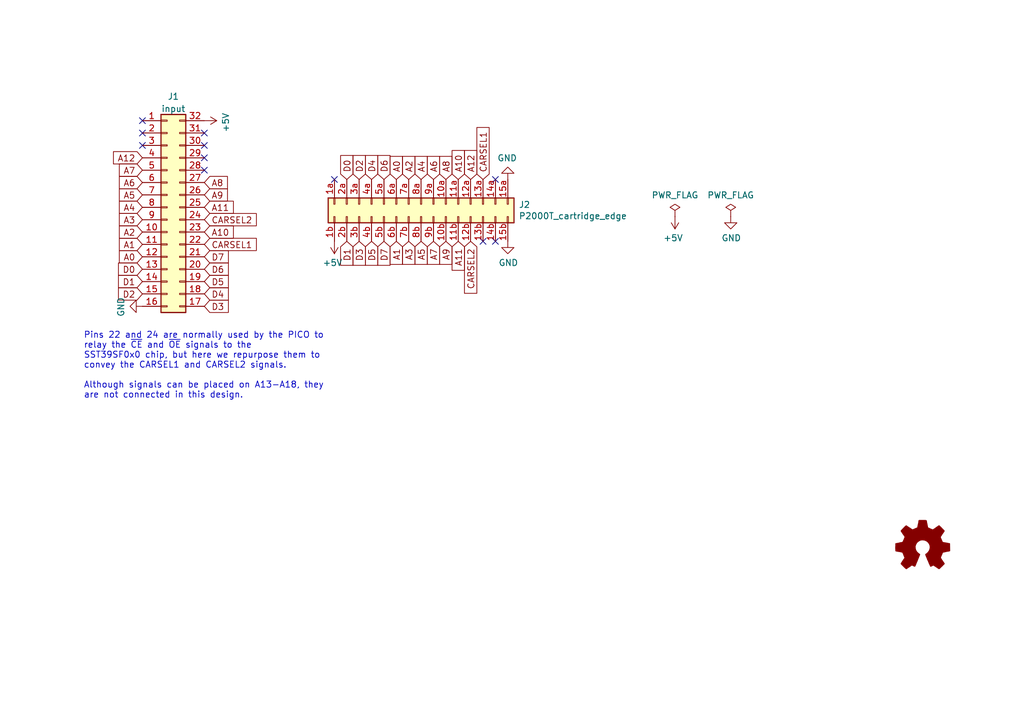
<source format=kicad_sch>
(kicad_sch (version 20211123) (generator eeschema)

  (uuid f5e17059-c604-439d-8194-59f73ab8db46)

  (paper "A5")

  (title_block
    (title "P2000T-SLOT1 Adapter Board")
    (date "2023-08-23")
  )

  (lib_symbols
    (symbol "Connector_Generic:Conn_02x15_Row_Letter_Last" (pin_names (offset 1.016) hide) (in_bom yes) (on_board yes)
      (property "Reference" "J" (id 0) (at 1.27 20.32 0)
        (effects (font (size 1.27 1.27)))
      )
      (property "Value" "Conn_02x15_Row_Letter_Last" (id 1) (at 1.27 -20.32 0)
        (effects (font (size 1.27 1.27)))
      )
      (property "Footprint" "" (id 2) (at 0 0 0)
        (effects (font (size 1.27 1.27)) hide)
      )
      (property "Datasheet" "~" (id 3) (at 0 0 0)
        (effects (font (size 1.27 1.27)) hide)
      )
      (property "ki_keywords" "connector" (id 4) (at 0 0 0)
        (effects (font (size 1.27 1.27)) hide)
      )
      (property "ki_description" "Generic connector, double row, 02x15, row letter last pin numbering scheme (pin number consists of a letter for the row and a number for the pin index in this row. 1a, ..., Na; 1b, ..., Nb)), script generated (kicad-library-utils/schlib/autogen/connector/)" (id 5) (at 0 0 0)
        (effects (font (size 1.27 1.27)) hide)
      )
      (property "ki_fp_filters" "Connector*:*_2x??_*" (id 6) (at 0 0 0)
        (effects (font (size 1.27 1.27)) hide)
      )
      (symbol "Conn_02x15_Row_Letter_Last_1_1"
        (rectangle (start -1.27 -17.653) (end 0 -17.907)
          (stroke (width 0.1524) (type default) (color 0 0 0 0))
          (fill (type none))
        )
        (rectangle (start -1.27 -15.113) (end 0 -15.367)
          (stroke (width 0.1524) (type default) (color 0 0 0 0))
          (fill (type none))
        )
        (rectangle (start -1.27 -12.573) (end 0 -12.827)
          (stroke (width 0.1524) (type default) (color 0 0 0 0))
          (fill (type none))
        )
        (rectangle (start -1.27 -10.033) (end 0 -10.287)
          (stroke (width 0.1524) (type default) (color 0 0 0 0))
          (fill (type none))
        )
        (rectangle (start -1.27 -7.493) (end 0 -7.747)
          (stroke (width 0.1524) (type default) (color 0 0 0 0))
          (fill (type none))
        )
        (rectangle (start -1.27 -4.953) (end 0 -5.207)
          (stroke (width 0.1524) (type default) (color 0 0 0 0))
          (fill (type none))
        )
        (rectangle (start -1.27 -2.413) (end 0 -2.667)
          (stroke (width 0.1524) (type default) (color 0 0 0 0))
          (fill (type none))
        )
        (rectangle (start -1.27 0.127) (end 0 -0.127)
          (stroke (width 0.1524) (type default) (color 0 0 0 0))
          (fill (type none))
        )
        (rectangle (start -1.27 2.667) (end 0 2.413)
          (stroke (width 0.1524) (type default) (color 0 0 0 0))
          (fill (type none))
        )
        (rectangle (start -1.27 5.207) (end 0 4.953)
          (stroke (width 0.1524) (type default) (color 0 0 0 0))
          (fill (type none))
        )
        (rectangle (start -1.27 7.747) (end 0 7.493)
          (stroke (width 0.1524) (type default) (color 0 0 0 0))
          (fill (type none))
        )
        (rectangle (start -1.27 10.287) (end 0 10.033)
          (stroke (width 0.1524) (type default) (color 0 0 0 0))
          (fill (type none))
        )
        (rectangle (start -1.27 12.827) (end 0 12.573)
          (stroke (width 0.1524) (type default) (color 0 0 0 0))
          (fill (type none))
        )
        (rectangle (start -1.27 15.367) (end 0 15.113)
          (stroke (width 0.1524) (type default) (color 0 0 0 0))
          (fill (type none))
        )
        (rectangle (start -1.27 17.907) (end 0 17.653)
          (stroke (width 0.1524) (type default) (color 0 0 0 0))
          (fill (type none))
        )
        (rectangle (start -1.27 19.05) (end 3.81 -19.05)
          (stroke (width 0.254) (type default) (color 0 0 0 0))
          (fill (type background))
        )
        (rectangle (start 3.81 -17.653) (end 2.54 -17.907)
          (stroke (width 0.1524) (type default) (color 0 0 0 0))
          (fill (type none))
        )
        (rectangle (start 3.81 -15.113) (end 2.54 -15.367)
          (stroke (width 0.1524) (type default) (color 0 0 0 0))
          (fill (type none))
        )
        (rectangle (start 3.81 -12.573) (end 2.54 -12.827)
          (stroke (width 0.1524) (type default) (color 0 0 0 0))
          (fill (type none))
        )
        (rectangle (start 3.81 -10.033) (end 2.54 -10.287)
          (stroke (width 0.1524) (type default) (color 0 0 0 0))
          (fill (type none))
        )
        (rectangle (start 3.81 -7.493) (end 2.54 -7.747)
          (stroke (width 0.1524) (type default) (color 0 0 0 0))
          (fill (type none))
        )
        (rectangle (start 3.81 -4.953) (end 2.54 -5.207)
          (stroke (width 0.1524) (type default) (color 0 0 0 0))
          (fill (type none))
        )
        (rectangle (start 3.81 -2.413) (end 2.54 -2.667)
          (stroke (width 0.1524) (type default) (color 0 0 0 0))
          (fill (type none))
        )
        (rectangle (start 3.81 0.127) (end 2.54 -0.127)
          (stroke (width 0.1524) (type default) (color 0 0 0 0))
          (fill (type none))
        )
        (rectangle (start 3.81 2.667) (end 2.54 2.413)
          (stroke (width 0.1524) (type default) (color 0 0 0 0))
          (fill (type none))
        )
        (rectangle (start 3.81 5.207) (end 2.54 4.953)
          (stroke (width 0.1524) (type default) (color 0 0 0 0))
          (fill (type none))
        )
        (rectangle (start 3.81 7.747) (end 2.54 7.493)
          (stroke (width 0.1524) (type default) (color 0 0 0 0))
          (fill (type none))
        )
        (rectangle (start 3.81 10.287) (end 2.54 10.033)
          (stroke (width 0.1524) (type default) (color 0 0 0 0))
          (fill (type none))
        )
        (rectangle (start 3.81 12.827) (end 2.54 12.573)
          (stroke (width 0.1524) (type default) (color 0 0 0 0))
          (fill (type none))
        )
        (rectangle (start 3.81 15.367) (end 2.54 15.113)
          (stroke (width 0.1524) (type default) (color 0 0 0 0))
          (fill (type none))
        )
        (rectangle (start 3.81 17.907) (end 2.54 17.653)
          (stroke (width 0.1524) (type default) (color 0 0 0 0))
          (fill (type none))
        )
        (pin passive line (at -5.08 -5.08 0) (length 3.81)
          (name "Pin_10a" (effects (font (size 1.27 1.27))))
          (number "10a" (effects (font (size 1.27 1.27))))
        )
        (pin passive line (at 7.62 -5.08 180) (length 3.81)
          (name "Pin_10b" (effects (font (size 1.27 1.27))))
          (number "10b" (effects (font (size 1.27 1.27))))
        )
        (pin passive line (at -5.08 -7.62 0) (length 3.81)
          (name "Pin_11a" (effects (font (size 1.27 1.27))))
          (number "11a" (effects (font (size 1.27 1.27))))
        )
        (pin passive line (at 7.62 -7.62 180) (length 3.81)
          (name "Pin_11b" (effects (font (size 1.27 1.27))))
          (number "11b" (effects (font (size 1.27 1.27))))
        )
        (pin passive line (at -5.08 -10.16 0) (length 3.81)
          (name "Pin_12a" (effects (font (size 1.27 1.27))))
          (number "12a" (effects (font (size 1.27 1.27))))
        )
        (pin passive line (at 7.62 -10.16 180) (length 3.81)
          (name "Pin_12b" (effects (font (size 1.27 1.27))))
          (number "12b" (effects (font (size 1.27 1.27))))
        )
        (pin passive line (at -5.08 -12.7 0) (length 3.81)
          (name "Pin_13a" (effects (font (size 1.27 1.27))))
          (number "13a" (effects (font (size 1.27 1.27))))
        )
        (pin passive line (at 7.62 -12.7 180) (length 3.81)
          (name "Pin_13b" (effects (font (size 1.27 1.27))))
          (number "13b" (effects (font (size 1.27 1.27))))
        )
        (pin passive line (at -5.08 -15.24 0) (length 3.81)
          (name "Pin_14a" (effects (font (size 1.27 1.27))))
          (number "14a" (effects (font (size 1.27 1.27))))
        )
        (pin passive line (at 7.62 -15.24 180) (length 3.81)
          (name "Pin_14b" (effects (font (size 1.27 1.27))))
          (number "14b" (effects (font (size 1.27 1.27))))
        )
        (pin passive line (at -5.08 -17.78 0) (length 3.81)
          (name "Pin_15a" (effects (font (size 1.27 1.27))))
          (number "15a" (effects (font (size 1.27 1.27))))
        )
        (pin passive line (at 7.62 -17.78 180) (length 3.81)
          (name "Pin_15b" (effects (font (size 1.27 1.27))))
          (number "15b" (effects (font (size 1.27 1.27))))
        )
        (pin passive line (at -5.08 17.78 0) (length 3.81)
          (name "Pin_1a" (effects (font (size 1.27 1.27))))
          (number "1a" (effects (font (size 1.27 1.27))))
        )
        (pin passive line (at 7.62 17.78 180) (length 3.81)
          (name "Pin_1b" (effects (font (size 1.27 1.27))))
          (number "1b" (effects (font (size 1.27 1.27))))
        )
        (pin passive line (at -5.08 15.24 0) (length 3.81)
          (name "Pin_2a" (effects (font (size 1.27 1.27))))
          (number "2a" (effects (font (size 1.27 1.27))))
        )
        (pin passive line (at 7.62 15.24 180) (length 3.81)
          (name "Pin_2b" (effects (font (size 1.27 1.27))))
          (number "2b" (effects (font (size 1.27 1.27))))
        )
        (pin passive line (at -5.08 12.7 0) (length 3.81)
          (name "Pin_3a" (effects (font (size 1.27 1.27))))
          (number "3a" (effects (font (size 1.27 1.27))))
        )
        (pin passive line (at 7.62 12.7 180) (length 3.81)
          (name "Pin_3b" (effects (font (size 1.27 1.27))))
          (number "3b" (effects (font (size 1.27 1.27))))
        )
        (pin passive line (at -5.08 10.16 0) (length 3.81)
          (name "Pin_4a" (effects (font (size 1.27 1.27))))
          (number "4a" (effects (font (size 1.27 1.27))))
        )
        (pin passive line (at 7.62 10.16 180) (length 3.81)
          (name "Pin_4b" (effects (font (size 1.27 1.27))))
          (number "4b" (effects (font (size 1.27 1.27))))
        )
        (pin passive line (at -5.08 7.62 0) (length 3.81)
          (name "Pin_5a" (effects (font (size 1.27 1.27))))
          (number "5a" (effects (font (size 1.27 1.27))))
        )
        (pin passive line (at 7.62 7.62 180) (length 3.81)
          (name "Pin_5b" (effects (font (size 1.27 1.27))))
          (number "5b" (effects (font (size 1.27 1.27))))
        )
        (pin passive line (at -5.08 5.08 0) (length 3.81)
          (name "Pin_6a" (effects (font (size 1.27 1.27))))
          (number "6a" (effects (font (size 1.27 1.27))))
        )
        (pin passive line (at 7.62 5.08 180) (length 3.81)
          (name "Pin_6b" (effects (font (size 1.27 1.27))))
          (number "6b" (effects (font (size 1.27 1.27))))
        )
        (pin passive line (at -5.08 2.54 0) (length 3.81)
          (name "Pin_7a" (effects (font (size 1.27 1.27))))
          (number "7a" (effects (font (size 1.27 1.27))))
        )
        (pin passive line (at 7.62 2.54 180) (length 3.81)
          (name "Pin_7b" (effects (font (size 1.27 1.27))))
          (number "7b" (effects (font (size 1.27 1.27))))
        )
        (pin passive line (at -5.08 0 0) (length 3.81)
          (name "Pin_8a" (effects (font (size 1.27 1.27))))
          (number "8a" (effects (font (size 1.27 1.27))))
        )
        (pin passive line (at 7.62 0 180) (length 3.81)
          (name "Pin_8b" (effects (font (size 1.27 1.27))))
          (number "8b" (effects (font (size 1.27 1.27))))
        )
        (pin passive line (at -5.08 -2.54 0) (length 3.81)
          (name "Pin_9a" (effects (font (size 1.27 1.27))))
          (number "9a" (effects (font (size 1.27 1.27))))
        )
        (pin passive line (at 7.62 -2.54 180) (length 3.81)
          (name "Pin_9b" (effects (font (size 1.27 1.27))))
          (number "9b" (effects (font (size 1.27 1.27))))
        )
      )
    )
    (symbol "Connector_Generic:Conn_02x16_Counter_Clockwise" (pin_names (offset 1.016) hide) (in_bom yes) (on_board yes)
      (property "Reference" "J" (id 0) (at 1.27 20.32 0)
        (effects (font (size 1.27 1.27)))
      )
      (property "Value" "Conn_02x16_Counter_Clockwise" (id 1) (at 1.27 -22.86 0)
        (effects (font (size 1.27 1.27)))
      )
      (property "Footprint" "" (id 2) (at 0 0 0)
        (effects (font (size 1.27 1.27)) hide)
      )
      (property "Datasheet" "~" (id 3) (at 0 0 0)
        (effects (font (size 1.27 1.27)) hide)
      )
      (property "ki_keywords" "connector" (id 4) (at 0 0 0)
        (effects (font (size 1.27 1.27)) hide)
      )
      (property "ki_description" "Generic connector, double row, 02x16, counter clockwise pin numbering scheme (similar to DIP package numbering), script generated (kicad-library-utils/schlib/autogen/connector/)" (id 5) (at 0 0 0)
        (effects (font (size 1.27 1.27)) hide)
      )
      (property "ki_fp_filters" "Connector*:*_2x??_*" (id 6) (at 0 0 0)
        (effects (font (size 1.27 1.27)) hide)
      )
      (symbol "Conn_02x16_Counter_Clockwise_1_1"
        (rectangle (start -1.27 -20.193) (end 0 -20.447)
          (stroke (width 0.1524) (type default) (color 0 0 0 0))
          (fill (type none))
        )
        (rectangle (start -1.27 -17.653) (end 0 -17.907)
          (stroke (width 0.1524) (type default) (color 0 0 0 0))
          (fill (type none))
        )
        (rectangle (start -1.27 -15.113) (end 0 -15.367)
          (stroke (width 0.1524) (type default) (color 0 0 0 0))
          (fill (type none))
        )
        (rectangle (start -1.27 -12.573) (end 0 -12.827)
          (stroke (width 0.1524) (type default) (color 0 0 0 0))
          (fill (type none))
        )
        (rectangle (start -1.27 -10.033) (end 0 -10.287)
          (stroke (width 0.1524) (type default) (color 0 0 0 0))
          (fill (type none))
        )
        (rectangle (start -1.27 -7.493) (end 0 -7.747)
          (stroke (width 0.1524) (type default) (color 0 0 0 0))
          (fill (type none))
        )
        (rectangle (start -1.27 -4.953) (end 0 -5.207)
          (stroke (width 0.1524) (type default) (color 0 0 0 0))
          (fill (type none))
        )
        (rectangle (start -1.27 -2.413) (end 0 -2.667)
          (stroke (width 0.1524) (type default) (color 0 0 0 0))
          (fill (type none))
        )
        (rectangle (start -1.27 0.127) (end 0 -0.127)
          (stroke (width 0.1524) (type default) (color 0 0 0 0))
          (fill (type none))
        )
        (rectangle (start -1.27 2.667) (end 0 2.413)
          (stroke (width 0.1524) (type default) (color 0 0 0 0))
          (fill (type none))
        )
        (rectangle (start -1.27 5.207) (end 0 4.953)
          (stroke (width 0.1524) (type default) (color 0 0 0 0))
          (fill (type none))
        )
        (rectangle (start -1.27 7.747) (end 0 7.493)
          (stroke (width 0.1524) (type default) (color 0 0 0 0))
          (fill (type none))
        )
        (rectangle (start -1.27 10.287) (end 0 10.033)
          (stroke (width 0.1524) (type default) (color 0 0 0 0))
          (fill (type none))
        )
        (rectangle (start -1.27 12.827) (end 0 12.573)
          (stroke (width 0.1524) (type default) (color 0 0 0 0))
          (fill (type none))
        )
        (rectangle (start -1.27 15.367) (end 0 15.113)
          (stroke (width 0.1524) (type default) (color 0 0 0 0))
          (fill (type none))
        )
        (rectangle (start -1.27 17.907) (end 0 17.653)
          (stroke (width 0.1524) (type default) (color 0 0 0 0))
          (fill (type none))
        )
        (rectangle (start -1.27 19.05) (end 3.81 -21.59)
          (stroke (width 0.254) (type default) (color 0 0 0 0))
          (fill (type background))
        )
        (rectangle (start 3.81 -20.193) (end 2.54 -20.447)
          (stroke (width 0.1524) (type default) (color 0 0 0 0))
          (fill (type none))
        )
        (rectangle (start 3.81 -17.653) (end 2.54 -17.907)
          (stroke (width 0.1524) (type default) (color 0 0 0 0))
          (fill (type none))
        )
        (rectangle (start 3.81 -15.113) (end 2.54 -15.367)
          (stroke (width 0.1524) (type default) (color 0 0 0 0))
          (fill (type none))
        )
        (rectangle (start 3.81 -12.573) (end 2.54 -12.827)
          (stroke (width 0.1524) (type default) (color 0 0 0 0))
          (fill (type none))
        )
        (rectangle (start 3.81 -10.033) (end 2.54 -10.287)
          (stroke (width 0.1524) (type default) (color 0 0 0 0))
          (fill (type none))
        )
        (rectangle (start 3.81 -7.493) (end 2.54 -7.747)
          (stroke (width 0.1524) (type default) (color 0 0 0 0))
          (fill (type none))
        )
        (rectangle (start 3.81 -4.953) (end 2.54 -5.207)
          (stroke (width 0.1524) (type default) (color 0 0 0 0))
          (fill (type none))
        )
        (rectangle (start 3.81 -2.413) (end 2.54 -2.667)
          (stroke (width 0.1524) (type default) (color 0 0 0 0))
          (fill (type none))
        )
        (rectangle (start 3.81 0.127) (end 2.54 -0.127)
          (stroke (width 0.1524) (type default) (color 0 0 0 0))
          (fill (type none))
        )
        (rectangle (start 3.81 2.667) (end 2.54 2.413)
          (stroke (width 0.1524) (type default) (color 0 0 0 0))
          (fill (type none))
        )
        (rectangle (start 3.81 5.207) (end 2.54 4.953)
          (stroke (width 0.1524) (type default) (color 0 0 0 0))
          (fill (type none))
        )
        (rectangle (start 3.81 7.747) (end 2.54 7.493)
          (stroke (width 0.1524) (type default) (color 0 0 0 0))
          (fill (type none))
        )
        (rectangle (start 3.81 10.287) (end 2.54 10.033)
          (stroke (width 0.1524) (type default) (color 0 0 0 0))
          (fill (type none))
        )
        (rectangle (start 3.81 12.827) (end 2.54 12.573)
          (stroke (width 0.1524) (type default) (color 0 0 0 0))
          (fill (type none))
        )
        (rectangle (start 3.81 15.367) (end 2.54 15.113)
          (stroke (width 0.1524) (type default) (color 0 0 0 0))
          (fill (type none))
        )
        (rectangle (start 3.81 17.907) (end 2.54 17.653)
          (stroke (width 0.1524) (type default) (color 0 0 0 0))
          (fill (type none))
        )
        (pin passive line (at -5.08 17.78 0) (length 3.81)
          (name "Pin_1" (effects (font (size 1.27 1.27))))
          (number "1" (effects (font (size 1.27 1.27))))
        )
        (pin passive line (at -5.08 -5.08 0) (length 3.81)
          (name "Pin_10" (effects (font (size 1.27 1.27))))
          (number "10" (effects (font (size 1.27 1.27))))
        )
        (pin passive line (at -5.08 -7.62 0) (length 3.81)
          (name "Pin_11" (effects (font (size 1.27 1.27))))
          (number "11" (effects (font (size 1.27 1.27))))
        )
        (pin passive line (at -5.08 -10.16 0) (length 3.81)
          (name "Pin_12" (effects (font (size 1.27 1.27))))
          (number "12" (effects (font (size 1.27 1.27))))
        )
        (pin passive line (at -5.08 -12.7 0) (length 3.81)
          (name "Pin_13" (effects (font (size 1.27 1.27))))
          (number "13" (effects (font (size 1.27 1.27))))
        )
        (pin passive line (at -5.08 -15.24 0) (length 3.81)
          (name "Pin_14" (effects (font (size 1.27 1.27))))
          (number "14" (effects (font (size 1.27 1.27))))
        )
        (pin passive line (at -5.08 -17.78 0) (length 3.81)
          (name "Pin_15" (effects (font (size 1.27 1.27))))
          (number "15" (effects (font (size 1.27 1.27))))
        )
        (pin passive line (at -5.08 -20.32 0) (length 3.81)
          (name "Pin_16" (effects (font (size 1.27 1.27))))
          (number "16" (effects (font (size 1.27 1.27))))
        )
        (pin passive line (at 7.62 -20.32 180) (length 3.81)
          (name "Pin_17" (effects (font (size 1.27 1.27))))
          (number "17" (effects (font (size 1.27 1.27))))
        )
        (pin passive line (at 7.62 -17.78 180) (length 3.81)
          (name "Pin_18" (effects (font (size 1.27 1.27))))
          (number "18" (effects (font (size 1.27 1.27))))
        )
        (pin passive line (at 7.62 -15.24 180) (length 3.81)
          (name "Pin_19" (effects (font (size 1.27 1.27))))
          (number "19" (effects (font (size 1.27 1.27))))
        )
        (pin passive line (at -5.08 15.24 0) (length 3.81)
          (name "Pin_2" (effects (font (size 1.27 1.27))))
          (number "2" (effects (font (size 1.27 1.27))))
        )
        (pin passive line (at 7.62 -12.7 180) (length 3.81)
          (name "Pin_20" (effects (font (size 1.27 1.27))))
          (number "20" (effects (font (size 1.27 1.27))))
        )
        (pin passive line (at 7.62 -10.16 180) (length 3.81)
          (name "Pin_21" (effects (font (size 1.27 1.27))))
          (number "21" (effects (font (size 1.27 1.27))))
        )
        (pin passive line (at 7.62 -7.62 180) (length 3.81)
          (name "Pin_22" (effects (font (size 1.27 1.27))))
          (number "22" (effects (font (size 1.27 1.27))))
        )
        (pin passive line (at 7.62 -5.08 180) (length 3.81)
          (name "Pin_23" (effects (font (size 1.27 1.27))))
          (number "23" (effects (font (size 1.27 1.27))))
        )
        (pin passive line (at 7.62 -2.54 180) (length 3.81)
          (name "Pin_24" (effects (font (size 1.27 1.27))))
          (number "24" (effects (font (size 1.27 1.27))))
        )
        (pin passive line (at 7.62 0 180) (length 3.81)
          (name "Pin_25" (effects (font (size 1.27 1.27))))
          (number "25" (effects (font (size 1.27 1.27))))
        )
        (pin passive line (at 7.62 2.54 180) (length 3.81)
          (name "Pin_26" (effects (font (size 1.27 1.27))))
          (number "26" (effects (font (size 1.27 1.27))))
        )
        (pin passive line (at 7.62 5.08 180) (length 3.81)
          (name "Pin_27" (effects (font (size 1.27 1.27))))
          (number "27" (effects (font (size 1.27 1.27))))
        )
        (pin passive line (at 7.62 7.62 180) (length 3.81)
          (name "Pin_28" (effects (font (size 1.27 1.27))))
          (number "28" (effects (font (size 1.27 1.27))))
        )
        (pin passive line (at 7.62 10.16 180) (length 3.81)
          (name "Pin_29" (effects (font (size 1.27 1.27))))
          (number "29" (effects (font (size 1.27 1.27))))
        )
        (pin passive line (at -5.08 12.7 0) (length 3.81)
          (name "Pin_3" (effects (font (size 1.27 1.27))))
          (number "3" (effects (font (size 1.27 1.27))))
        )
        (pin passive line (at 7.62 12.7 180) (length 3.81)
          (name "Pin_30" (effects (font (size 1.27 1.27))))
          (number "30" (effects (font (size 1.27 1.27))))
        )
        (pin passive line (at 7.62 15.24 180) (length 3.81)
          (name "Pin_31" (effects (font (size 1.27 1.27))))
          (number "31" (effects (font (size 1.27 1.27))))
        )
        (pin passive line (at 7.62 17.78 180) (length 3.81)
          (name "Pin_32" (effects (font (size 1.27 1.27))))
          (number "32" (effects (font (size 1.27 1.27))))
        )
        (pin passive line (at -5.08 10.16 0) (length 3.81)
          (name "Pin_4" (effects (font (size 1.27 1.27))))
          (number "4" (effects (font (size 1.27 1.27))))
        )
        (pin passive line (at -5.08 7.62 0) (length 3.81)
          (name "Pin_5" (effects (font (size 1.27 1.27))))
          (number "5" (effects (font (size 1.27 1.27))))
        )
        (pin passive line (at -5.08 5.08 0) (length 3.81)
          (name "Pin_6" (effects (font (size 1.27 1.27))))
          (number "6" (effects (font (size 1.27 1.27))))
        )
        (pin passive line (at -5.08 2.54 0) (length 3.81)
          (name "Pin_7" (effects (font (size 1.27 1.27))))
          (number "7" (effects (font (size 1.27 1.27))))
        )
        (pin passive line (at -5.08 0 0) (length 3.81)
          (name "Pin_8" (effects (font (size 1.27 1.27))))
          (number "8" (effects (font (size 1.27 1.27))))
        )
        (pin passive line (at -5.08 -2.54 0) (length 3.81)
          (name "Pin_9" (effects (font (size 1.27 1.27))))
          (number "9" (effects (font (size 1.27 1.27))))
        )
      )
    )
    (symbol "Graphic:Logo_Open_Hardware_Small" (pin_names (offset 1.016)) (in_bom yes) (on_board yes)
      (property "Reference" "#LOGO" (id 0) (at 0 6.985 0)
        (effects (font (size 1.27 1.27)) hide)
      )
      (property "Value" "Logo_Open_Hardware_Small" (id 1) (at 0 -5.715 0)
        (effects (font (size 1.27 1.27)) hide)
      )
      (property "Footprint" "" (id 2) (at 0 0 0)
        (effects (font (size 1.27 1.27)) hide)
      )
      (property "Datasheet" "~" (id 3) (at 0 0 0)
        (effects (font (size 1.27 1.27)) hide)
      )
      (property "ki_keywords" "Logo" (id 4) (at 0 0 0)
        (effects (font (size 1.27 1.27)) hide)
      )
      (property "ki_description" "Open Hardware logo, small" (id 5) (at 0 0 0)
        (effects (font (size 1.27 1.27)) hide)
      )
      (symbol "Logo_Open_Hardware_Small_0_1"
        (polyline
          (pts
            (xy 3.3528 -4.3434)
            (xy 3.302 -4.318)
            (xy 3.175 -4.2418)
            (xy 2.9972 -4.1148)
            (xy 2.7686 -3.9624)
            (xy 2.54 -3.81)
            (xy 2.3622 -3.7084)
            (xy 2.2352 -3.6068)
            (xy 2.1844 -3.5814)
            (xy 2.159 -3.6068)
            (xy 2.0574 -3.6576)
            (xy 1.905 -3.7338)
            (xy 1.8034 -3.7846)
            (xy 1.6764 -3.8354)
            (xy 1.6002 -3.8354)
            (xy 1.6002 -3.8354)
            (xy 1.5494 -3.7338)
            (xy 1.4732 -3.5306)
            (xy 1.3462 -3.302)
            (xy 1.2446 -3.0226)
            (xy 1.1176 -2.7178)
            (xy 0.9652 -2.413)
            (xy 0.8636 -2.1082)
            (xy 0.7366 -1.8288)
            (xy 0.6604 -1.6256)
            (xy 0.6096 -1.4732)
            (xy 0.5842 -1.397)
            (xy 0.5842 -1.397)
            (xy 0.6604 -1.3208)
            (xy 0.7874 -1.2446)
            (xy 1.0414 -1.016)
            (xy 1.2954 -0.6858)
            (xy 1.4478 -0.3302)
            (xy 1.524 0.0762)
            (xy 1.4732 0.4572)
            (xy 1.3208 0.8128)
            (xy 1.0668 1.143)
            (xy 0.762 1.3716)
            (xy 0.4064 1.524)
            (xy 0 1.5748)
            (xy -0.381 1.5494)
            (xy -0.7366 1.397)
            (xy -1.0668 1.143)
            (xy -1.2192 0.9906)
            (xy -1.397 0.6604)
            (xy -1.524 0.3048)
            (xy -1.524 0.2286)
            (xy -1.4986 -0.1778)
            (xy -1.397 -0.5334)
            (xy -1.1938 -0.8636)
            (xy -0.9144 -1.143)
            (xy -0.8636 -1.1684)
            (xy -0.7366 -1.27)
            (xy -0.635 -1.3462)
            (xy -0.5842 -1.397)
            (xy -1.0668 -2.5908)
            (xy -1.143 -2.794)
            (xy -1.2954 -3.1242)
            (xy -1.397 -3.4036)
            (xy -1.4986 -3.6322)
            (xy -1.5748 -3.7846)
            (xy -1.6002 -3.8354)
            (xy -1.6002 -3.8354)
            (xy -1.651 -3.8354)
            (xy -1.7272 -3.81)
            (xy -1.905 -3.7338)
            (xy -2.0066 -3.683)
            (xy -2.1336 -3.6068)
            (xy -2.2098 -3.5814)
            (xy -2.2606 -3.6068)
            (xy -2.3622 -3.683)
            (xy -2.54 -3.81)
            (xy -2.7686 -3.9624)
            (xy -2.9718 -4.0894)
            (xy -3.1496 -4.2164)
            (xy -3.302 -4.318)
            (xy -3.3528 -4.3434)
            (xy -3.3782 -4.3434)
            (xy -3.429 -4.318)
            (xy -3.5306 -4.2164)
            (xy -3.7084 -4.064)
            (xy -3.937 -3.8354)
            (xy -3.9624 -3.81)
            (xy -4.1656 -3.6068)
            (xy -4.318 -3.4544)
            (xy -4.4196 -3.3274)
            (xy -4.445 -3.2766)
            (xy -4.445 -3.2766)
            (xy -4.4196 -3.2258)
            (xy -4.318 -3.0734)
            (xy -4.2164 -2.8956)
            (xy -4.064 -2.667)
            (xy -3.6576 -2.0828)
            (xy -3.8862 -1.5494)
            (xy -3.937 -1.3716)
            (xy -4.0386 -1.1684)
            (xy -4.0894 -1.0414)
            (xy -4.1148 -0.9652)
            (xy -4.191 -0.9398)
            (xy -4.318 -0.9144)
            (xy -4.5466 -0.8636)
            (xy -4.8006 -0.8128)
            (xy -5.0546 -0.7874)
            (xy -5.2578 -0.7366)
            (xy -5.4356 -0.7112)
            (xy -5.5118 -0.6858)
            (xy -5.5118 -0.6858)
            (xy -5.5372 -0.635)
            (xy -5.5372 -0.5588)
            (xy -5.5372 -0.4318)
            (xy -5.5626 -0.2286)
            (xy -5.5626 0.0762)
            (xy -5.5626 0.127)
            (xy -5.5372 0.4064)
            (xy -5.5372 0.635)
            (xy -5.5372 0.762)
            (xy -5.5372 0.8382)
            (xy -5.5372 0.8382)
            (xy -5.461 0.8382)
            (xy -5.3086 0.889)
            (xy -5.08 0.9144)
            (xy -4.826 0.9652)
            (xy -4.8006 0.9906)
            (xy -4.5466 1.0414)
            (xy -4.318 1.0668)
            (xy -4.1656 1.1176)
            (xy -4.0894 1.143)
            (xy -4.0894 1.143)
            (xy -4.0386 1.2446)
            (xy -3.9624 1.4224)
            (xy -3.8608 1.6256)
            (xy -3.7846 1.8288)
            (xy -3.7084 2.0066)
            (xy -3.6576 2.159)
            (xy -3.6322 2.2098)
            (xy -3.6322 2.2098)
            (xy -3.683 2.286)
            (xy -3.7592 2.413)
            (xy -3.8862 2.5908)
            (xy -4.064 2.8194)
            (xy -4.064 2.8448)
            (xy -4.2164 3.0734)
            (xy -4.3434 3.2512)
            (xy -4.4196 3.3782)
            (xy -4.445 3.4544)
            (xy -4.445 3.4544)
            (xy -4.3942 3.5052)
            (xy -4.2926 3.6322)
            (xy -4.1148 3.81)
            (xy -3.937 4.0132)
            (xy -3.8608 4.064)
            (xy -3.6576 4.2926)
            (xy -3.5052 4.4196)
            (xy -3.4036 4.4958)
            (xy -3.3528 4.5212)
            (xy -3.3528 4.5212)
            (xy -3.302 4.4704)
            (xy -3.1496 4.3688)
            (xy -2.9718 4.2418)
            (xy -2.7432 4.0894)
            (xy -2.7178 4.0894)
            (xy -2.4892 3.937)
            (xy -2.3114 3.81)
            (xy -2.1844 3.7084)
            (xy -2.1336 3.683)
            (xy -2.1082 3.683)
            (xy -2.032 3.7084)
            (xy -1.8542 3.7592)
            (xy -1.6764 3.8354)
            (xy -1.4732 3.937)
            (xy -1.27 4.0132)
            (xy -1.143 4.064)
            (xy -1.0668 4.1148)
            (xy -1.0668 4.1148)
            (xy -1.0414 4.191)
            (xy -1.016 4.3434)
            (xy -0.9652 4.572)
            (xy -0.9144 4.8514)
            (xy -0.889 4.9022)
            (xy -0.8382 5.1562)
            (xy -0.8128 5.3848)
            (xy -0.7874 5.5372)
            (xy -0.762 5.588)
            (xy -0.7112 5.6134)
            (xy -0.5842 5.6134)
            (xy -0.4064 5.6134)
            (xy -0.1524 5.6134)
            (xy 0.0762 5.6134)
            (xy 0.3302 5.6134)
            (xy 0.5334 5.6134)
            (xy 0.6858 5.588)
            (xy 0.7366 5.588)
            (xy 0.7366 5.588)
            (xy 0.762 5.5118)
            (xy 0.8128 5.334)
            (xy 0.8382 5.1054)
            (xy 0.9144 4.826)
            (xy 0.9144 4.7752)
            (xy 0.9652 4.5212)
            (xy 1.016 4.2926)
            (xy 1.0414 4.1402)
            (xy 1.0668 4.0894)
            (xy 1.0668 4.0894)
            (xy 1.1938 4.0386)
            (xy 1.3716 3.9624)
            (xy 1.5748 3.8608)
            (xy 2.0828 3.6576)
            (xy 2.7178 4.0894)
            (xy 2.7686 4.1402)
            (xy 2.9972 4.2926)
            (xy 3.175 4.4196)
            (xy 3.302 4.4958)
            (xy 3.3782 4.5212)
            (xy 3.3782 4.5212)
            (xy 3.429 4.4704)
            (xy 3.556 4.3434)
            (xy 3.7338 4.191)
            (xy 3.9116 3.9878)
            (xy 4.064 3.8354)
            (xy 4.2418 3.6576)
            (xy 4.3434 3.556)
            (xy 4.4196 3.4798)
            (xy 4.4196 3.429)
            (xy 4.4196 3.4036)
            (xy 4.3942 3.3274)
            (xy 4.2926 3.2004)
            (xy 4.1656 2.9972)
            (xy 4.0132 2.794)
            (xy 3.8862 2.5908)
            (xy 3.7592 2.3876)
            (xy 3.6576 2.2352)
            (xy 3.6322 2.159)
            (xy 3.6322 2.1336)
            (xy 3.683 2.0066)
            (xy 3.7592 1.8288)
            (xy 3.8608 1.6002)
            (xy 4.064 1.1176)
            (xy 4.3942 1.0414)
            (xy 4.5974 1.016)
            (xy 4.8768 0.9652)
            (xy 5.1308 0.9144)
            (xy 5.5372 0.8382)
            (xy 5.5626 -0.6604)
            (xy 5.4864 -0.6858)
            (xy 5.4356 -0.6858)
            (xy 5.2832 -0.7366)
            (xy 5.0546 -0.762)
            (xy 4.8006 -0.8128)
            (xy 4.5974 -0.8636)
            (xy 4.3688 -0.9144)
            (xy 4.2164 -0.9398)
            (xy 4.1402 -0.9398)
            (xy 4.1148 -0.9652)
            (xy 4.064 -1.0668)
            (xy 3.9878 -1.2446)
            (xy 3.9116 -1.4478)
            (xy 3.81 -1.651)
            (xy 3.7338 -1.8542)
            (xy 3.683 -2.0066)
            (xy 3.6576 -2.0828)
            (xy 3.683 -2.1336)
            (xy 3.7846 -2.2606)
            (xy 3.8862 -2.4638)
            (xy 4.0386 -2.667)
            (xy 4.191 -2.8956)
            (xy 4.318 -3.0734)
            (xy 4.3942 -3.2004)
            (xy 4.445 -3.2766)
            (xy 4.4196 -3.3274)
            (xy 4.3434 -3.429)
            (xy 4.1656 -3.5814)
            (xy 3.937 -3.8354)
            (xy 3.8862 -3.8608)
            (xy 3.683 -4.064)
            (xy 3.5306 -4.2164)
            (xy 3.4036 -4.318)
            (xy 3.3528 -4.3434)
          )
          (stroke (width 0) (type default) (color 0 0 0 0))
          (fill (type outline))
        )
      )
    )
    (symbol "power:+5V" (power) (pin_names (offset 0)) (in_bom yes) (on_board yes)
      (property "Reference" "#PWR" (id 0) (at 0 -3.81 0)
        (effects (font (size 1.27 1.27)) hide)
      )
      (property "Value" "+5V" (id 1) (at 0 3.556 0)
        (effects (font (size 1.27 1.27)))
      )
      (property "Footprint" "" (id 2) (at 0 0 0)
        (effects (font (size 1.27 1.27)) hide)
      )
      (property "Datasheet" "" (id 3) (at 0 0 0)
        (effects (font (size 1.27 1.27)) hide)
      )
      (property "ki_keywords" "power-flag" (id 4) (at 0 0 0)
        (effects (font (size 1.27 1.27)) hide)
      )
      (property "ki_description" "Power symbol creates a global label with name \"+5V\"" (id 5) (at 0 0 0)
        (effects (font (size 1.27 1.27)) hide)
      )
      (symbol "+5V_0_1"
        (polyline
          (pts
            (xy -0.762 1.27)
            (xy 0 2.54)
          )
          (stroke (width 0) (type default) (color 0 0 0 0))
          (fill (type none))
        )
        (polyline
          (pts
            (xy 0 0)
            (xy 0 2.54)
          )
          (stroke (width 0) (type default) (color 0 0 0 0))
          (fill (type none))
        )
        (polyline
          (pts
            (xy 0 2.54)
            (xy 0.762 1.27)
          )
          (stroke (width 0) (type default) (color 0 0 0 0))
          (fill (type none))
        )
      )
      (symbol "+5V_1_1"
        (pin power_in line (at 0 0 90) (length 0) hide
          (name "+5V" (effects (font (size 1.27 1.27))))
          (number "1" (effects (font (size 1.27 1.27))))
        )
      )
    )
    (symbol "power:GND" (power) (pin_names (offset 0)) (in_bom yes) (on_board yes)
      (property "Reference" "#PWR" (id 0) (at 0 -6.35 0)
        (effects (font (size 1.27 1.27)) hide)
      )
      (property "Value" "GND" (id 1) (at 0 -3.81 0)
        (effects (font (size 1.27 1.27)))
      )
      (property "Footprint" "" (id 2) (at 0 0 0)
        (effects (font (size 1.27 1.27)) hide)
      )
      (property "Datasheet" "" (id 3) (at 0 0 0)
        (effects (font (size 1.27 1.27)) hide)
      )
      (property "ki_keywords" "power-flag" (id 4) (at 0 0 0)
        (effects (font (size 1.27 1.27)) hide)
      )
      (property "ki_description" "Power symbol creates a global label with name \"GND\" , ground" (id 5) (at 0 0 0)
        (effects (font (size 1.27 1.27)) hide)
      )
      (symbol "GND_0_1"
        (polyline
          (pts
            (xy 0 0)
            (xy 0 -1.27)
            (xy 1.27 -1.27)
            (xy 0 -2.54)
            (xy -1.27 -1.27)
            (xy 0 -1.27)
          )
          (stroke (width 0) (type default) (color 0 0 0 0))
          (fill (type none))
        )
      )
      (symbol "GND_1_1"
        (pin power_in line (at 0 0 270) (length 0) hide
          (name "GND" (effects (font (size 1.27 1.27))))
          (number "1" (effects (font (size 1.27 1.27))))
        )
      )
    )
    (symbol "power:PWR_FLAG" (power) (pin_numbers hide) (pin_names (offset 0) hide) (in_bom yes) (on_board yes)
      (property "Reference" "#FLG" (id 0) (at 0 1.905 0)
        (effects (font (size 1.27 1.27)) hide)
      )
      (property "Value" "PWR_FLAG" (id 1) (at 0 3.81 0)
        (effects (font (size 1.27 1.27)))
      )
      (property "Footprint" "" (id 2) (at 0 0 0)
        (effects (font (size 1.27 1.27)) hide)
      )
      (property "Datasheet" "~" (id 3) (at 0 0 0)
        (effects (font (size 1.27 1.27)) hide)
      )
      (property "ki_keywords" "power-flag" (id 4) (at 0 0 0)
        (effects (font (size 1.27 1.27)) hide)
      )
      (property "ki_description" "Special symbol for telling ERC where power comes from" (id 5) (at 0 0 0)
        (effects (font (size 1.27 1.27)) hide)
      )
      (symbol "PWR_FLAG_0_0"
        (pin power_out line (at 0 0 90) (length 0)
          (name "pwr" (effects (font (size 1.27 1.27))))
          (number "1" (effects (font (size 1.27 1.27))))
        )
      )
      (symbol "PWR_FLAG_0_1"
        (polyline
          (pts
            (xy 0 0)
            (xy 0 1.27)
            (xy -1.016 1.905)
            (xy 0 2.54)
            (xy 1.016 1.905)
            (xy 0 1.27)
          )
          (stroke (width 0) (type default) (color 0 0 0 0))
          (fill (type none))
        )
      )
    )
  )



  (no_connect (at 41.91 29.845) (uuid 0d9efbde-ba46-487b-b34c-0b21b296c022))
  (no_connect (at 29.21 24.765) (uuid 1334d5f0-97fa-4791-bc20-675c7438ce0d))
  (no_connect (at 101.6 36.83) (uuid 27f8306f-9d11-4cfc-b2d9-08b5b8da1b65))
  (no_connect (at 41.91 34.925) (uuid 4720fb4e-273d-4792-b7d2-a26ebdac0e8a))
  (no_connect (at 29.21 29.845) (uuid 5e005837-f3fb-4008-90d3-071e645de6c7))
  (no_connect (at 41.91 32.385) (uuid 6c8b418c-20dd-4737-abbb-6460d9d364a1))
  (no_connect (at 68.58 36.83) (uuid 7002b0d3-5442-4eed-8ed5-5b424bae68ce))
  (no_connect (at 99.06 49.53) (uuid 77f88895-f4a7-4879-884f-43c9fdebccfe))
  (no_connect (at 41.91 27.305) (uuid 8a236790-f25d-46c6-bd19-610d55af37e1))
  (no_connect (at 101.6 49.53) (uuid b0feb752-615e-48d1-a220-3f3ccce234ed))
  (no_connect (at 29.21 27.305) (uuid f36025d0-8b3f-46ef-b4b8-542770f67255))

  (text "Pins 22 and 24 are normally used by the PICO to\nrelay the ~{CE} and ~{OE} signals to the\nSST39SF0x0 chip, but here we repurpose them to\nconvey the CARSEL1 and CARSEL2 signals.\n\nAlthough signals can be placed on A13-A18, they\nare not connected in this design."
    (at 17.145 81.915 0)
    (effects (font (size 1.27 1.27)) (justify left bottom))
    (uuid 7941519e-6308-47ef-9606-9d859e1e5363)
  )

  (global_label "A7" (shape input) (at 29.21 34.925 180) (fields_autoplaced)
    (effects (font (size 1.27 1.27)) (justify right))
    (uuid 002f2baa-219e-4d05-845e-1b2182e3055d)
    (property "Intersheet References" "${INTERSHEET_REFS}" (id 0) (at 77.47 -43.815 0)
      (effects (font (size 1.27 1.27)) hide)
    )
  )
  (global_label "D3" (shape input) (at 73.66 49.53 270) (fields_autoplaced)
    (effects (font (size 1.27 1.27)) (justify right))
    (uuid 0a79b749-075e-4b15-9842-53b8836f8d88)
    (property "Intersheet References" "${INTERSHEET_REFS}" (id 0) (at 10.16 1.27 0)
      (effects (font (size 1.27 1.27)) hide)
    )
  )
  (global_label "D0" (shape input) (at 29.21 55.245 180) (fields_autoplaced)
    (effects (font (size 1.27 1.27)) (justify right))
    (uuid 0ed2073f-151a-482b-8fa4-8a58717fddb6)
    (property "Intersheet References" "${INTERSHEET_REFS}" (id 0) (at -6.35 116.205 0)
      (effects (font (size 1.27 1.27)) hide)
    )
  )
  (global_label "A5" (shape input) (at 86.36 49.53 270) (fields_autoplaced)
    (effects (font (size 1.27 1.27)) (justify right))
    (uuid 1555a0ef-9ce5-4ebb-8ce9-140e4a1b6ce9)
    (property "Intersheet References" "${INTERSHEET_REFS}" (id 0) (at 10.16 1.27 0)
      (effects (font (size 1.27 1.27)) hide)
    )
  )
  (global_label "A0" (shape input) (at 81.28 36.83 90) (fields_autoplaced)
    (effects (font (size 1.27 1.27)) (justify left))
    (uuid 163c8d74-e7ad-4432-a6d9-b0dda2dc63a8)
    (property "Intersheet References" "${INTERSHEET_REFS}" (id 0) (at 10.16 1.27 0)
      (effects (font (size 1.27 1.27)) hide)
    )
  )
  (global_label "A9" (shape input) (at 91.44 49.53 270) (fields_autoplaced)
    (effects (font (size 1.27 1.27)) (justify right))
    (uuid 253b485c-2607-4365-bb81-7a71f72bdb22)
    (property "Intersheet References" "${INTERSHEET_REFS}" (id 0) (at 10.16 1.27 0)
      (effects (font (size 1.27 1.27)) hide)
    )
  )
  (global_label "D0" (shape input) (at 71.12 36.83 90) (fields_autoplaced)
    (effects (font (size 1.27 1.27)) (justify left))
    (uuid 273221fe-89c3-4cb1-ade8-0f3356739db5)
    (property "Intersheet References" "${INTERSHEET_REFS}" (id 0) (at 10.16 1.27 0)
      (effects (font (size 1.27 1.27)) hide)
    )
  )
  (global_label "A1" (shape input) (at 29.21 50.165 180) (fields_autoplaced)
    (effects (font (size 1.27 1.27)) (justify right))
    (uuid 2b774afe-1be9-406e-aacb-868f8ee59b94)
    (property "Intersheet References" "${INTERSHEET_REFS}" (id 0) (at 77.47 -20.955 0)
      (effects (font (size 1.27 1.27)) hide)
    )
  )
  (global_label "A7" (shape input) (at 88.9 49.53 270) (fields_autoplaced)
    (effects (font (size 1.27 1.27)) (justify right))
    (uuid 2cf0cf2a-ea8f-4963-861a-47cdb2e47979)
    (property "Intersheet References" "${INTERSHEET_REFS}" (id 0) (at 10.16 1.27 0)
      (effects (font (size 1.27 1.27)) hide)
    )
  )
  (global_label "D7" (shape input) (at 41.91 52.705 0) (fields_autoplaced)
    (effects (font (size 1.27 1.27)) (justify left))
    (uuid 2e099ac6-e43c-40cb-bf86-7117f1fc8790)
    (property "Intersheet References" "${INTERSHEET_REFS}" (id 0) (at -6.35 121.285 0)
      (effects (font (size 1.27 1.27)) hide)
    )
  )
  (global_label "A4" (shape input) (at 29.21 42.545 180) (fields_autoplaced)
    (effects (font (size 1.27 1.27)) (justify right))
    (uuid 361cd38b-a4b8-4306-99a7-862bb235ae58)
    (property "Intersheet References" "${INTERSHEET_REFS}" (id 0) (at -6.35 118.745 0)
      (effects (font (size 1.27 1.27)) hide)
    )
  )
  (global_label "CARSEL1" (shape input) (at 99.06 36.83 90) (fields_autoplaced)
    (effects (font (size 1.27 1.27)) (justify left))
    (uuid 3a187c2d-2cf4-4f01-a201-88f6026f6fdc)
    (property "Intersheet References" "${INTERSHEET_REFS}" (id 0) (at 185.42 85.09 0)
      (effects (font (size 1.27 1.27)) hide)
    )
  )
  (global_label "CARSEL2" (shape input) (at 41.91 45.085 0) (fields_autoplaced)
    (effects (font (size 1.27 1.27)) (justify left))
    (uuid 4e864c0c-18ba-42ef-bf9c-2602b8eacb9c)
    (property "Intersheet References" "${INTERSHEET_REFS}" (id 0) (at 77.47 -43.815 0)
      (effects (font (size 1.27 1.27)) hide)
    )
  )
  (global_label "A2" (shape input) (at 83.82 36.83 90) (fields_autoplaced)
    (effects (font (size 1.27 1.27)) (justify left))
    (uuid 5c5a22c3-5cef-4b57-a7c1-fd903a213937)
    (property "Intersheet References" "${INTERSHEET_REFS}" (id 0) (at 10.16 1.27 0)
      (effects (font (size 1.27 1.27)) hide)
    )
  )
  (global_label "CARSEL1" (shape input) (at 41.91 50.165 0) (fields_autoplaced)
    (effects (font (size 1.27 1.27)) (justify left))
    (uuid 5f1c6305-4aef-47e0-9ab5-3656f25f9eff)
    (property "Intersheet References" "${INTERSHEET_REFS}" (id 0) (at -6.35 136.525 0)
      (effects (font (size 1.27 1.27)) hide)
    )
  )
  (global_label "A3" (shape input) (at 29.21 45.085 180) (fields_autoplaced)
    (effects (font (size 1.27 1.27)) (justify right))
    (uuid 655b08e3-ce7a-4854-b66d-386831e3036f)
    (property "Intersheet References" "${INTERSHEET_REFS}" (id 0) (at 77.47 -28.575 0)
      (effects (font (size 1.27 1.27)) hide)
    )
  )
  (global_label "D4" (shape input) (at 41.91 60.325 0) (fields_autoplaced)
    (effects (font (size 1.27 1.27)) (justify left))
    (uuid 74c45918-e72f-4907-a1ef-84e260c1a781)
    (property "Intersheet References" "${INTERSHEET_REFS}" (id 0) (at 77.47 -5.715 0)
      (effects (font (size 1.27 1.27)) hide)
    )
  )
  (global_label "A4" (shape input) (at 86.36 36.83 90) (fields_autoplaced)
    (effects (font (size 1.27 1.27)) (justify left))
    (uuid 76932ed1-5de7-485f-ac7a-02031f0203b8)
    (property "Intersheet References" "${INTERSHEET_REFS}" (id 0) (at 10.16 1.27 0)
      (effects (font (size 1.27 1.27)) hide)
    )
  )
  (global_label "D2" (shape input) (at 29.21 60.325 180) (fields_autoplaced)
    (effects (font (size 1.27 1.27)) (justify right))
    (uuid 79bd3e85-eadf-46ba-b237-c88a60bbe91d)
    (property "Intersheet References" "${INTERSHEET_REFS}" (id 0) (at -6.35 123.825 0)
      (effects (font (size 1.27 1.27)) hide)
    )
  )
  (global_label "A12" (shape input) (at 29.21 32.385 180) (fields_autoplaced)
    (effects (font (size 1.27 1.27)) (justify right))
    (uuid 7cd22abb-3df0-4e50-80c1-095c605e5e19)
    (property "Intersheet References" "${INTERSHEET_REFS}" (id 0) (at -6.35 118.745 0)
      (effects (font (size 1.27 1.27)) hide)
    )
  )
  (global_label "D1" (shape input) (at 29.21 57.785 180) (fields_autoplaced)
    (effects (font (size 1.27 1.27)) (justify right))
    (uuid 7f21b1fe-7a2c-4828-8b92-a7c8285f0b94)
    (property "Intersheet References" "${INTERSHEET_REFS}" (id 0) (at 77.47 -3.175 0)
      (effects (font (size 1.27 1.27)) hide)
    )
  )
  (global_label "A3" (shape input) (at 83.82 49.53 270) (fields_autoplaced)
    (effects (font (size 1.27 1.27)) (justify right))
    (uuid 82b63018-49ab-49c2-976d-87807211bab3)
    (property "Intersheet References" "${INTERSHEET_REFS}" (id 0) (at 10.16 1.27 0)
      (effects (font (size 1.27 1.27)) hide)
    )
  )
  (global_label "A11" (shape input) (at 41.91 42.545 0) (fields_autoplaced)
    (effects (font (size 1.27 1.27)) (justify left))
    (uuid 8b348afd-d5d9-48a2-b798-b072d33de9ee)
    (property "Intersheet References" "${INTERSHEET_REFS}" (id 0) (at -6.35 126.365 0)
      (effects (font (size 1.27 1.27)) hide)
    )
  )
  (global_label "A5" (shape input) (at 29.21 40.005 180) (fields_autoplaced)
    (effects (font (size 1.27 1.27)) (justify right))
    (uuid 8bda8a39-b94e-4f5c-b5d1-1de42876bef3)
    (property "Intersheet References" "${INTERSHEET_REFS}" (id 0) (at 77.47 -36.195 0)
      (effects (font (size 1.27 1.27)) hide)
    )
  )
  (global_label "A9" (shape input) (at 41.91 40.005 0) (fields_autoplaced)
    (effects (font (size 1.27 1.27)) (justify left))
    (uuid 8eab9a73-0405-472c-978c-3c912e971a02)
    (property "Intersheet References" "${INTERSHEET_REFS}" (id 0) (at -6.35 121.285 0)
      (effects (font (size 1.27 1.27)) hide)
    )
  )
  (global_label "A10" (shape input) (at 93.98 36.83 90) (fields_autoplaced)
    (effects (font (size 1.27 1.27)) (justify left))
    (uuid 959ee9fc-abde-4630-b4ef-a2192d0defc1)
    (property "Intersheet References" "${INTERSHEET_REFS}" (id 0) (at 10.16 1.27 0)
      (effects (font (size 1.27 1.27)) hide)
    )
  )
  (global_label "D4" (shape input) (at 76.2 36.83 90) (fields_autoplaced)
    (effects (font (size 1.27 1.27)) (justify left))
    (uuid a4294bb4-e7ac-4d1a-930a-94b4e2afba07)
    (property "Intersheet References" "${INTERSHEET_REFS}" (id 0) (at 10.16 1.27 0)
      (effects (font (size 1.27 1.27)) hide)
    )
  )
  (global_label "A8" (shape input) (at 41.91 37.465 0) (fields_autoplaced)
    (effects (font (size 1.27 1.27)) (justify left))
    (uuid a4a1481c-ddf8-4cdc-9611-7e362a48718d)
    (property "Intersheet References" "${INTERSHEET_REFS}" (id 0) (at 77.47 -43.815 0)
      (effects (font (size 1.27 1.27)) hide)
    )
  )
  (global_label "A0" (shape input) (at 29.21 52.705 180) (fields_autoplaced)
    (effects (font (size 1.27 1.27)) (justify right))
    (uuid ac05d9f9-d19a-4321-a711-6ebbd5499156)
    (property "Intersheet References" "${INTERSHEET_REFS}" (id 0) (at -6.35 123.825 0)
      (effects (font (size 1.27 1.27)) hide)
    )
  )
  (global_label "D2" (shape input) (at 73.66 36.83 90) (fields_autoplaced)
    (effects (font (size 1.27 1.27)) (justify left))
    (uuid afe6095a-541c-4c14-9452-0563186f49a3)
    (property "Intersheet References" "${INTERSHEET_REFS}" (id 0) (at 10.16 1.27 0)
      (effects (font (size 1.27 1.27)) hide)
    )
  )
  (global_label "A6" (shape input) (at 29.21 37.465 180) (fields_autoplaced)
    (effects (font (size 1.27 1.27)) (justify right))
    (uuid b1a44401-edaf-498c-b669-589533ae4a96)
    (property "Intersheet References" "${INTERSHEET_REFS}" (id 0) (at -6.35 116.205 0)
      (effects (font (size 1.27 1.27)) hide)
    )
  )
  (global_label "A10" (shape input) (at 41.91 47.625 0) (fields_autoplaced)
    (effects (font (size 1.27 1.27)) (justify left))
    (uuid b219e567-458f-4ad3-a99e-5a11c7a07561)
    (property "Intersheet References" "${INTERSHEET_REFS}" (id 0) (at 77.47 -36.195 0)
      (effects (font (size 1.27 1.27)) hide)
    )
  )
  (global_label "D5" (shape input) (at 41.91 57.785 0) (fields_autoplaced)
    (effects (font (size 1.27 1.27)) (justify left))
    (uuid b4e48b68-fd69-45de-b656-999a1a80c4e7)
    (property "Intersheet References" "${INTERSHEET_REFS}" (id 0) (at -6.35 123.825 0)
      (effects (font (size 1.27 1.27)) hide)
    )
  )
  (global_label "CARSEL2" (shape input) (at 96.52 49.53 270) (fields_autoplaced)
    (effects (font (size 1.27 1.27)) (justify right))
    (uuid b6c73b3c-36d5-4867-a825-1f0cee77437e)
    (property "Intersheet References" "${INTERSHEET_REFS}" (id 0) (at 185.42 85.09 0)
      (effects (font (size 1.27 1.27)) hide)
    )
  )
  (global_label "D6" (shape input) (at 41.91 55.245 0) (fields_autoplaced)
    (effects (font (size 1.27 1.27)) (justify left))
    (uuid c0727288-8e0c-4a06-a039-da119e8b57ff)
    (property "Intersheet References" "${INTERSHEET_REFS}" (id 0) (at 77.47 -13.335 0)
      (effects (font (size 1.27 1.27)) hide)
    )
  )
  (global_label "A2" (shape input) (at 29.21 47.625 180) (fields_autoplaced)
    (effects (font (size 1.27 1.27)) (justify right))
    (uuid c0d0eb35-025f-4987-8d41-a74a83ada2e1)
    (property "Intersheet References" "${INTERSHEET_REFS}" (id 0) (at -6.35 121.285 0)
      (effects (font (size 1.27 1.27)) hide)
    )
  )
  (global_label "D6" (shape input) (at 78.74 36.83 90) (fields_autoplaced)
    (effects (font (size 1.27 1.27)) (justify left))
    (uuid c72cc61a-b8f7-4d2c-aeab-07777b89f1d6)
    (property "Intersheet References" "${INTERSHEET_REFS}" (id 0) (at 10.16 1.27 0)
      (effects (font (size 1.27 1.27)) hide)
    )
  )
  (global_label "D3" (shape input) (at 41.91 62.865 0) (fields_autoplaced)
    (effects (font (size 1.27 1.27)) (justify left))
    (uuid c8c16acd-3d11-4701-b384-7b9647d2b0a2)
    (property "Intersheet References" "${INTERSHEET_REFS}" (id 0) (at -6.35 126.365 0)
      (effects (font (size 1.27 1.27)) hide)
    )
  )
  (global_label "A11" (shape input) (at 93.98 49.53 270) (fields_autoplaced)
    (effects (font (size 1.27 1.27)) (justify right))
    (uuid caeca80a-c13d-492b-9c53-27c0fe107754)
    (property "Intersheet References" "${INTERSHEET_REFS}" (id 0) (at 10.16 1.27 0)
      (effects (font (size 1.27 1.27)) hide)
    )
  )
  (global_label "D5" (shape input) (at 76.2 49.53 270) (fields_autoplaced)
    (effects (font (size 1.27 1.27)) (justify right))
    (uuid d699dea8-7c92-4d47-a2e5-8d6b7030a738)
    (property "Intersheet References" "${INTERSHEET_REFS}" (id 0) (at 10.16 1.27 0)
      (effects (font (size 1.27 1.27)) hide)
    )
  )
  (global_label "A1" (shape input) (at 81.28 49.53 270) (fields_autoplaced)
    (effects (font (size 1.27 1.27)) (justify right))
    (uuid d7428a7d-5e5d-4610-8fe0-12848a3277d3)
    (property "Intersheet References" "${INTERSHEET_REFS}" (id 0) (at 10.16 1.27 0)
      (effects (font (size 1.27 1.27)) hide)
    )
  )
  (global_label "D1" (shape input) (at 71.12 49.53 270) (fields_autoplaced)
    (effects (font (size 1.27 1.27)) (justify right))
    (uuid dcf5fe94-24eb-49e1-8dbd-a65eb619e4c9)
    (property "Intersheet References" "${INTERSHEET_REFS}" (id 0) (at 10.16 1.27 0)
      (effects (font (size 1.27 1.27)) hide)
    )
  )
  (global_label "A8" (shape input) (at 91.44 36.83 90) (fields_autoplaced)
    (effects (font (size 1.27 1.27)) (justify left))
    (uuid ee561d23-1df0-49cc-9901-3e11d46800c6)
    (property "Intersheet References" "${INTERSHEET_REFS}" (id 0) (at 10.16 1.27 0)
      (effects (font (size 1.27 1.27)) hide)
    )
  )
  (global_label "D7" (shape input) (at 78.74 49.53 270) (fields_autoplaced)
    (effects (font (size 1.27 1.27)) (justify right))
    (uuid f0bb40d6-2075-4211-85d6-c7a5a589bdae)
    (property "Intersheet References" "${INTERSHEET_REFS}" (id 0) (at 10.16 1.27 0)
      (effects (font (size 1.27 1.27)) hide)
    )
  )
  (global_label "A6" (shape input) (at 88.9 36.83 90) (fields_autoplaced)
    (effects (font (size 1.27 1.27)) (justify left))
    (uuid f52743a7-d005-45e5-a853-9ae515d6be82)
    (property "Intersheet References" "${INTERSHEET_REFS}" (id 0) (at 10.16 1.27 0)
      (effects (font (size 1.27 1.27)) hide)
    )
  )
  (global_label "A12" (shape input) (at 96.52 36.83 90) (fields_autoplaced)
    (effects (font (size 1.27 1.27)) (justify left))
    (uuid f577830d-7322-4fd9-9234-df78da7d4b74)
    (property "Intersheet References" "${INTERSHEET_REFS}" (id 0) (at 10.16 1.27 0)
      (effects (font (size 1.27 1.27)) hide)
    )
  )

  (symbol (lib_id "Connector_Generic:Conn_02x15_Row_Letter_Last") (at 86.36 41.91 90) (mirror x) (unit 1)
    (in_bom yes) (on_board yes)
    (uuid 18f31662-6788-4fd5-b2d7-7dd87268bdf4)
    (property "Reference" "J2" (id 0) (at 106.3752 42.0116 90)
      (effects (font (size 1.27 1.27)) (justify right))
    )
    (property "Value" "P2000T_cartridge_edge" (id 1) (at 106.3752 44.323 90)
      (effects (font (size 1.27 1.27)) (justify right))
    )
    (property "Footprint" "CartridgeReader:EdgeConnector2x15_no_screws" (id 2) (at 86.36 41.91 0)
      (effects (font (size 1.27 1.27)) hide)
    )
    (property "Datasheet" "~" (id 3) (at 86.36 41.91 0)
      (effects (font (size 1.27 1.27)) hide)
    )
    (pin "10a" (uuid 505764e7-219b-43e8-8676-b9c20b58b942))
    (pin "10b" (uuid 04ebd105-e4cd-41d7-8dac-924421b18db4))
    (pin "11a" (uuid 78f59663-3275-4e0e-8dba-93904f3d55e8))
    (pin "11b" (uuid 64538644-9e42-4f36-995a-d51e3db7a79e))
    (pin "12a" (uuid cca31dbc-0124-4db4-a8b6-ae49790a7b04))
    (pin "12b" (uuid e5957aaf-05c2-4bde-b71d-41db46d812e3))
    (pin "13a" (uuid ba55cf08-58f2-44cf-842e-82e5d1069d49))
    (pin "13b" (uuid 6264f0c1-b181-42d8-8b1e-ef06036653c9))
    (pin "14a" (uuid 19afb766-fa4c-482d-90e1-f7da9e6bbd50))
    (pin "14b" (uuid d746bda4-01b7-4d23-a5bb-b00bdc1b1819))
    (pin "15a" (uuid 85288b1d-3197-4c0f-953c-0fcc560d46c9))
    (pin "15b" (uuid cf6843df-dbfe-42d5-975e-531b86615946))
    (pin "1a" (uuid 6999a8a8-7590-4baf-a042-8b590a856fd7))
    (pin "1b" (uuid 2e80ab53-1887-49a7-a5d7-5550fff72c18))
    (pin "2a" (uuid a9cd2825-0394-4b27-8889-2ea26843bf15))
    (pin "2b" (uuid 156a1077-b3ff-4d62-bfb1-8341e9ca61cb))
    (pin "3a" (uuid 1f7a2fa0-971d-4d67-a76a-cd4791899cf8))
    (pin "3b" (uuid fd5fc80b-7387-44cb-9ab3-65e7a5a82b02))
    (pin "4a" (uuid 60adf8a4-d86f-406e-99df-7a95956b287f))
    (pin "4b" (uuid 97dd104c-bc40-4e4f-8b93-7dc48b444edf))
    (pin "5a" (uuid 0c40b491-4088-4626-a334-3412456de4b3))
    (pin "5b" (uuid 43bfa2e2-1811-4a14-b49d-bbff24a88106))
    (pin "6a" (uuid 7350b6e4-2557-4fa2-877c-99f385a99e9c))
    (pin "6b" (uuid 0b6dc534-a4ca-490c-8afe-03327d1ecd91))
    (pin "7a" (uuid 78afee8d-ce5a-4ef1-a198-019c82d68015))
    (pin "7b" (uuid 939a418b-fd06-4fb9-ac61-4ca7bbb0242f))
    (pin "8a" (uuid 04d32f7c-5471-471c-8f4e-1a1b0d852826))
    (pin "8b" (uuid 3e9149b3-a678-45d9-bdb5-15ba9aa6e1ea))
    (pin "9a" (uuid d768ca3a-7a77-4bdb-80c0-80485ae5bf58))
    (pin "9b" (uuid 38c1f214-baeb-4379-b6ad-7195ab18d1b9))
  )

  (symbol (lib_id "power:+5V") (at 138.43 44.45 180) (unit 1)
    (in_bom yes) (on_board yes)
    (uuid 1fee610f-e21f-40fc-aa77-ab7c66fee145)
    (property "Reference" "#PWR06" (id 0) (at 138.43 40.64 0)
      (effects (font (size 1.27 1.27)) hide)
    )
    (property "Value" "+5V" (id 1) (at 138.049 48.8442 0))
    (property "Footprint" "" (id 2) (at 138.43 44.45 0)
      (effects (font (size 1.27 1.27)) hide)
    )
    (property "Datasheet" "" (id 3) (at 138.43 44.45 0)
      (effects (font (size 1.27 1.27)) hide)
    )
    (pin "1" (uuid 1152ca39-8b52-4e24-ae8f-85378abc6fdf))
  )

  (symbol (lib_id "power:GND") (at 149.86 44.45 0) (unit 1)
    (in_bom yes) (on_board yes)
    (uuid 287f7336-e1be-4d07-8d78-3fb3de92fe36)
    (property "Reference" "#PWR07" (id 0) (at 149.86 50.8 0)
      (effects (font (size 1.27 1.27)) hide)
    )
    (property "Value" "GND" (id 1) (at 149.987 48.8442 0))
    (property "Footprint" "" (id 2) (at 149.86 44.45 0)
      (effects (font (size 1.27 1.27)) hide)
    )
    (property "Datasheet" "" (id 3) (at 149.86 44.45 0)
      (effects (font (size 1.27 1.27)) hide)
    )
    (pin "1" (uuid 100ab928-876f-4fa6-bf4d-4211bfa18d25))
  )

  (symbol (lib_id "power:+5V") (at 41.91 24.765 270) (unit 1)
    (in_bom yes) (on_board yes)
    (uuid 374eed46-d893-48a8-9ea3-a0e63ce6f650)
    (property "Reference" "#PWR02" (id 0) (at 38.1 24.765 0)
      (effects (font (size 1.27 1.27)) hide)
    )
    (property "Value" "+5V" (id 1) (at 46.3042 25.146 0))
    (property "Footprint" "" (id 2) (at 41.91 24.765 0)
      (effects (font (size 1.27 1.27)) hide)
    )
    (property "Datasheet" "" (id 3) (at 41.91 24.765 0)
      (effects (font (size 1.27 1.27)) hide)
    )
    (pin "1" (uuid beb4fdc4-75ed-4f3d-a431-7909fbc85d53))
  )

  (symbol (lib_id "power:PWR_FLAG") (at 149.86 44.45 0) (unit 1)
    (in_bom yes) (on_board yes)
    (uuid 3767d919-1364-4de2-bc93-83907d56a242)
    (property "Reference" "#FLG02" (id 0) (at 149.86 42.545 0)
      (effects (font (size 1.27 1.27)) hide)
    )
    (property "Value" "PWR_FLAG" (id 1) (at 149.86 40.0558 0))
    (property "Footprint" "" (id 2) (at 149.86 44.45 0)
      (effects (font (size 1.27 1.27)) hide)
    )
    (property "Datasheet" "~" (id 3) (at 149.86 44.45 0)
      (effects (font (size 1.27 1.27)) hide)
    )
    (pin "1" (uuid d5d7632d-757b-4866-81bc-178fe7e45ac5))
  )

  (symbol (lib_id "power:+5V") (at 68.58 49.53 180) (unit 1)
    (in_bom yes) (on_board yes)
    (uuid 5aa04722-0b4b-4f68-a3df-59832bf4fa55)
    (property "Reference" "#PWR03" (id 0) (at 68.58 45.72 0)
      (effects (font (size 1.27 1.27)) hide)
    )
    (property "Value" "+5V" (id 1) (at 68.199 53.9242 0))
    (property "Footprint" "" (id 2) (at 68.58 49.53 0)
      (effects (font (size 1.27 1.27)) hide)
    )
    (property "Datasheet" "" (id 3) (at 68.58 49.53 0)
      (effects (font (size 1.27 1.27)) hide)
    )
    (pin "1" (uuid 773f8f1d-547d-4781-a001-f746c91497de))
  )

  (symbol (lib_id "power:GND") (at 104.14 49.53 0) (unit 1)
    (in_bom yes) (on_board yes)
    (uuid 69aab3ef-92e6-46f7-abd9-540463449b2f)
    (property "Reference" "#PWR05" (id 0) (at 104.14 55.88 0)
      (effects (font (size 1.27 1.27)) hide)
    )
    (property "Value" "GND" (id 1) (at 104.267 53.9242 0))
    (property "Footprint" "" (id 2) (at 104.14 49.53 0)
      (effects (font (size 1.27 1.27)) hide)
    )
    (property "Datasheet" "" (id 3) (at 104.14 49.53 0)
      (effects (font (size 1.27 1.27)) hide)
    )
    (pin "1" (uuid 22a2259e-b7ae-4af1-bbda-354029100a71))
  )

  (symbol (lib_id "power:PWR_FLAG") (at 138.43 44.45 0) (unit 1)
    (in_bom yes) (on_board yes)
    (uuid 6f8234d0-9958-4825-9af9-c6c702ee7694)
    (property "Reference" "#FLG01" (id 0) (at 138.43 42.545 0)
      (effects (font (size 1.27 1.27)) hide)
    )
    (property "Value" "PWR_FLAG" (id 1) (at 138.43 40.0558 0))
    (property "Footprint" "" (id 2) (at 138.43 44.45 0)
      (effects (font (size 1.27 1.27)) hide)
    )
    (property "Datasheet" "~" (id 3) (at 138.43 44.45 0)
      (effects (font (size 1.27 1.27)) hide)
    )
    (pin "1" (uuid f152ce21-623e-4cdf-841b-67f3fd2eef3e))
  )

  (symbol (lib_id "power:GND") (at 104.14 36.83 180) (unit 1)
    (in_bom yes) (on_board yes)
    (uuid 8fb6b4d4-a92c-448a-af55-1d76b41b528b)
    (property "Reference" "#PWR04" (id 0) (at 104.14 30.48 0)
      (effects (font (size 1.27 1.27)) hide)
    )
    (property "Value" "GND" (id 1) (at 104.013 32.4358 0))
    (property "Footprint" "" (id 2) (at 104.14 36.83 0)
      (effects (font (size 1.27 1.27)) hide)
    )
    (property "Datasheet" "" (id 3) (at 104.14 36.83 0)
      (effects (font (size 1.27 1.27)) hide)
    )
    (pin "1" (uuid 704a8b97-7cbe-4012-a5a2-d12f8ae36b60))
  )

  (symbol (lib_id "power:GND") (at 29.21 62.865 270) (unit 1)
    (in_bom yes) (on_board yes)
    (uuid 994bc0b5-f1c3-4b17-b0f0-9a4ee7d245f6)
    (property "Reference" "#PWR01" (id 0) (at 22.86 62.865 0)
      (effects (font (size 1.27 1.27)) hide)
    )
    (property "Value" "GND" (id 1) (at 24.8158 62.992 0))
    (property "Footprint" "" (id 2) (at 29.21 62.865 0)
      (effects (font (size 1.27 1.27)) hide)
    )
    (property "Datasheet" "" (id 3) (at 29.21 62.865 0)
      (effects (font (size 1.27 1.27)) hide)
    )
    (pin "1" (uuid 1ebcb080-9c15-43fe-8c12-938c98e8e9fd))
  )

  (symbol (lib_id "Connector_Generic:Conn_02x16_Counter_Clockwise") (at 34.29 42.545 0) (unit 1)
    (in_bom yes) (on_board yes) (fields_autoplaced)
    (uuid a11cb77c-b753-4de3-b8a3-84067905b57c)
    (property "Reference" "J1" (id 0) (at 35.56 19.7952 0))
    (property "Value" "input" (id 1) (at 35.56 22.3321 0))
    (property "Footprint" "Package_DIP:DIP-32_W15.24mm_LongPads" (id 2) (at 34.29 42.545 0)
      (effects (font (size 1.27 1.27)) hide)
    )
    (property "Datasheet" "~" (id 3) (at 34.29 42.545 0)
      (effects (font (size 1.27 1.27)) hide)
    )
    (pin "1" (uuid 25c8a4ff-9765-4f5e-87f3-7976dea17ac4))
    (pin "10" (uuid d40ea632-da59-44f0-9b68-7e0ae78ac924))
    (pin "11" (uuid e8b6f2a8-84ab-4e0e-97bc-809eab1ffdd4))
    (pin "12" (uuid fbc7b435-12ad-427c-91ab-f6cdc027ef89))
    (pin "13" (uuid 16bc2531-22a2-402f-8519-d0f398774b59))
    (pin "14" (uuid 229d50a0-90bd-4dd2-86e6-6ec5e7583933))
    (pin "15" (uuid 8bc4056f-62a1-42cc-9bca-9d6f798f9d7d))
    (pin "16" (uuid be4588d5-6f4f-4d1d-a6fc-bb53b4542089))
    (pin "17" (uuid 362e7676-e501-45b4-87b9-c01d49004da8))
    (pin "18" (uuid 93c6a13e-e299-4d43-a357-5f2117291987))
    (pin "19" (uuid d267f7e2-5aa2-4e57-ae94-7c4922cda5a3))
    (pin "2" (uuid af090ff5-692b-4066-ab3a-62665523f7bf))
    (pin "20" (uuid 7b7d17fb-79e8-4c8d-b706-972d0c7c2bf4))
    (pin "21" (uuid 9747ff8d-4cd9-4496-b6ab-13235c6a63c4))
    (pin "22" (uuid 3fc9ecaf-d78e-45e3-af56-44c680a3822d))
    (pin "23" (uuid 5b4697a0-ce18-4408-aa51-ca0d301eb026))
    (pin "24" (uuid 68ba5d72-12eb-4366-81a0-da4d87270b40))
    (pin "25" (uuid 1360ae09-c79a-4117-878e-212cfc6997fe))
    (pin "26" (uuid 3058674c-c6f8-44ed-b14f-8486d18cffe0))
    (pin "27" (uuid af2dcc2e-f387-41c2-ae08-99fef723393d))
    (pin "28" (uuid 1508f8af-8599-4573-b263-cae46b202ff1))
    (pin "29" (uuid 60e5424f-7c0e-49a9-9baa-34b74e7c4125))
    (pin "3" (uuid b7b23e2b-8bed-42ed-80e8-42c2aecbb7f1))
    (pin "30" (uuid e2addb44-5e49-4b91-9d5e-94fd11549888))
    (pin "31" (uuid 03e641e0-64e3-4ed3-94ed-4bb526304a33))
    (pin "32" (uuid 282e1775-71e7-4a42-baad-67572ad27dfb))
    (pin "4" (uuid 0e09a929-a97a-4f62-83f4-27a590e8d891))
    (pin "5" (uuid 2d84baee-9823-482f-a24a-6232cdf67a00))
    (pin "6" (uuid 45471fa3-2c73-4460-a736-68a4811445ac))
    (pin "7" (uuid 622f4275-2cf7-43d7-ae96-cee2a2187e38))
    (pin "8" (uuid 03e78520-5992-411d-8c18-ec5b40c03739))
    (pin "9" (uuid e3401104-2104-4f0e-ab3d-b02e314ba474))
  )

  (symbol (lib_id "Graphic:Logo_Open_Hardware_Small") (at 189.23 112.395 0) (unit 1)
    (in_bom yes) (on_board yes) (fields_autoplaced)
    (uuid c01da82b-1615-475a-9a49-555eab955e24)
    (property "Reference" "#LOGO1" (id 0) (at 189.23 105.41 0)
      (effects (font (size 1.27 1.27)) hide)
    )
    (property "Value" "Logo_Open_Hardware_Small" (id 1) (at 189.23 118.11 0)
      (effects (font (size 1.27 1.27)) hide)
    )
    (property "Footprint" "" (id 2) (at 189.23 112.395 0)
      (effects (font (size 1.27 1.27)) hide)
    )
    (property "Datasheet" "~" (id 3) (at 189.23 112.395 0)
      (effects (font (size 1.27 1.27)) hide)
    )
  )

  (sheet_instances
    (path "/" (page "1"))
  )

  (symbol_instances
    (path "/6f8234d0-9958-4825-9af9-c6c702ee7694"
      (reference "#FLG01") (unit 1) (value "PWR_FLAG") (footprint "")
    )
    (path "/3767d919-1364-4de2-bc93-83907d56a242"
      (reference "#FLG02") (unit 1) (value "PWR_FLAG") (footprint "")
    )
    (path "/c01da82b-1615-475a-9a49-555eab955e24"
      (reference "#LOGO1") (unit 1) (value "Logo_Open_Hardware_Small") (footprint "")
    )
    (path "/994bc0b5-f1c3-4b17-b0f0-9a4ee7d245f6"
      (reference "#PWR01") (unit 1) (value "GND") (footprint "")
    )
    (path "/374eed46-d893-48a8-9ea3-a0e63ce6f650"
      (reference "#PWR02") (unit 1) (value "+5V") (footprint "")
    )
    (path "/5aa04722-0b4b-4f68-a3df-59832bf4fa55"
      (reference "#PWR03") (unit 1) (value "+5V") (footprint "")
    )
    (path "/8fb6b4d4-a92c-448a-af55-1d76b41b528b"
      (reference "#PWR04") (unit 1) (value "GND") (footprint "")
    )
    (path "/69aab3ef-92e6-46f7-abd9-540463449b2f"
      (reference "#PWR05") (unit 1) (value "GND") (footprint "")
    )
    (path "/1fee610f-e21f-40fc-aa77-ab7c66fee145"
      (reference "#PWR06") (unit 1) (value "+5V") (footprint "")
    )
    (path "/287f7336-e1be-4d07-8d78-3fb3de92fe36"
      (reference "#PWR07") (unit 1) (value "GND") (footprint "")
    )
    (path "/a11cb77c-b753-4de3-b8a3-84067905b57c"
      (reference "J1") (unit 1) (value "input") (footprint "Package_DIP:DIP-32_W15.24mm_LongPads")
    )
    (path "/18f31662-6788-4fd5-b2d7-7dd87268bdf4"
      (reference "J2") (unit 1) (value "P2000T_cartridge_edge") (footprint "CartridgeReader:EdgeConnector2x15_no_screws")
    )
  )
)

</source>
